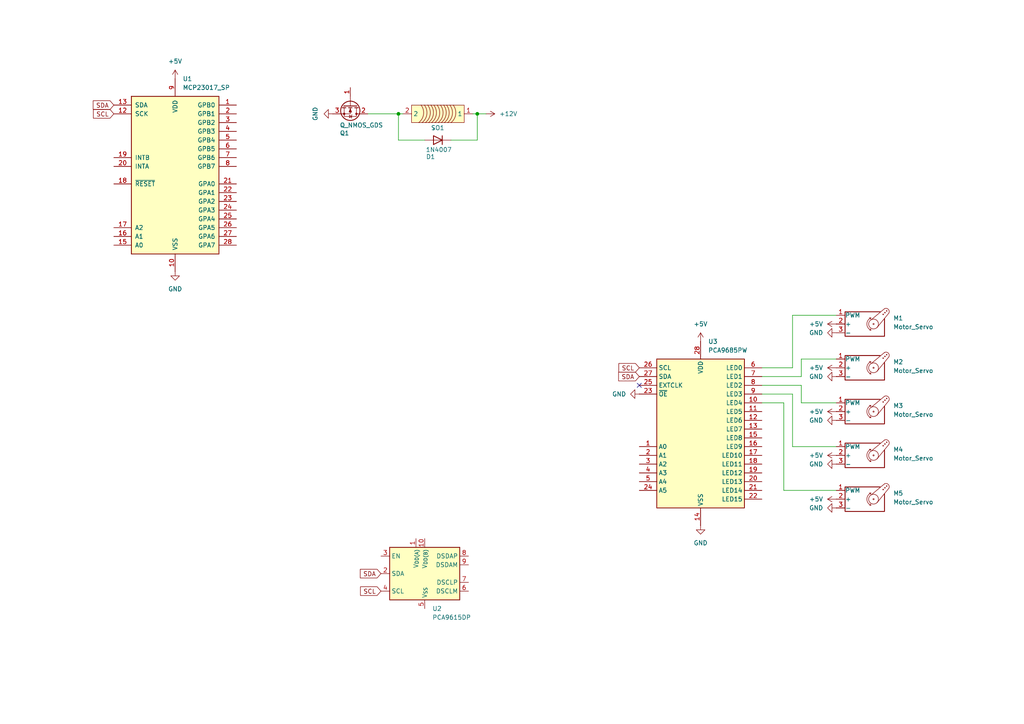
<source format=kicad_sch>
(kicad_sch (version 20231120) (generator "eeschema") (generator_version "8.0")
  (paper "A4")
  (lib_symbols
    (symbol "Device:Q_NMOS_GDS" (pin_names (offset 0) hide)
      (property "Reference" "Q" (at 5.08 1.27 0))
      (property "Value" "Q_NMOS_GDS" (at 5.08 -1.27 0))
      (symbol "Q_NMOS_GDS_0_1"
        (polyline (pts (xy 0.254 0) (xy -2.54 0)))
        (polyline (pts (xy 0.254 1.905) (xy 0.254 -1.905)) (stroke (width 0.254)))
        (polyline (pts (xy 0.762 -1.27) (xy 0.762 -2.286)) (stroke (width 0.254)))
        (polyline (pts (xy 0.762 0.508) (xy 0.762 -0.508)) (stroke (width 0.254)))
        (polyline (pts (xy 0.762 2.286) (xy 0.762 1.27)) (stroke (width 0.254)))
        (polyline (pts (xy 2.54 2.54) (xy 2.54 1.778)))
        (polyline (pts (xy 2.54 -2.54) (xy 2.54 0) (xy 0.762 0)))
        (polyline (pts (xy 0.762 -1.778) (xy 3.302 -1.778) (xy 3.302 1.778) (xy 0.762 1.778)))
        (polyline (pts (xy 1.016 0) (xy 2.032 0.381) (xy 2.032 -0.381) (xy 1.016 0)) (fill (type outline)))
        (polyline (pts (xy 2.794 0.508) (xy 2.921 0.381) (xy 3.683 0.381) (xy 3.81 0.254)))
        (polyline (pts (xy 3.302 0.381) (xy 2.921 -0.254) (xy 3.683 -0.254) (xy 3.302 0.381)))
        (circle (center 1.651 0) (radius 2.794) (stroke (width 0.254)))
        (circle (center 2.54 -1.778) (radius 0.254) (fill (type outline)))
        (circle (center 2.54 1.778) (radius 0.254) (fill (type outline)))
      )
      (symbol "Q_NMOS_GDS_1_1"
        (pin input line (at -5.08 0 0) (length 2.54) (name "G") (number "1"))
        (pin passive line (at 2.54 5.08 270) (length 2.54) (name "D") (number "2"))
        (pin passive line (at 2.54 -5.08 90) (length 2.54) (name "S") (number "3"))
      )
    )
    (symbol "Diode:1N4007" (pin_numbers hide) (pin_names hide)
      (property "Reference" "D" (at 0 2.54 0))
      (property "Value" "1N4007" (at 0 -2.54 0))
      (symbol "1N4007_0_1"
        (polyline (pts (xy -1.27 1.27) (xy -1.27 -1.27)) (stroke (width 0.254)))
        (polyline (pts (xy 1.27 0) (xy -1.27 0)))
        (polyline (pts (xy 1.27 1.27) (xy 1.27 -1.27) (xy -1.27 0) (xy 1.27 1.27)) (stroke (width 0.254)))
      )
      (symbol "1N4007_1_1"
        (pin passive line (at -3.81 0 0) (length 2.54) (name "K") (number "1"))
        (pin passive line (at 3.81 0 180) (length 2.54) (name "A") (number "2"))
      )
    )
    (symbol "Driver_LED:PCA9685PW"
      (property "Reference" "U" (at -12.7 22.225 0))
      (property "Value" "PCA9685PW" (at 1.27 22.225 0))
      (symbol "PCA9685PW_0_1"
        (rectangle (start -12.7 20.32) (end 12.7 -22.86) (stroke (width 0.254)) (fill (type background)))
      )
      (symbol "PCA9685PW_1_1"
        (pin input line (at -17.78 -5.08 0) (length 5.08) (name "A0") (number "1"))
        (pin output line (at 17.78 7.62 180) (length 5.08) (name "LED4") (number "10"))
        (pin output line (at 17.78 5.08 180) (length 5.08) (name "LED5") (number "11"))
        (pin output line (at 17.78 2.54 180) (length 5.08) (name "LED6") (number "12"))
        (pin output line (at 17.78 0 180) (length 5.08) (name "LED7") (number "13"))
        (pin power_in line (at 0 -27.94 90) (length 5.08) (name "VSS") (number "14"))
        (pin output line (at 17.78 -2.54 180) (length 5.08) (name "LED8") (number "15"))
        (pin output line (at 17.78 -5.08 180) (length 5.08) (name "LED9") (number "16"))
        (pin output line (at 17.78 -7.62 180) (length 5.08) (name "LED10") (number "17"))
        (pin output line (at 17.78 -10.16 180) (length 5.08) (name "LED11") (number "18"))
        (pin output line (at 17.78 -12.7 180) (length 5.08) (name "LED12") (number "19"))
        (pin input line (at -17.78 -7.62 0) (length 5.08) (name "A1") (number "2"))
        (pin output line (at 17.78 -15.24 180) (length 5.08) (name "LED13") (number "20"))
        (pin output line (at 17.78 -17.78 180) (length 5.08) (name "LED14") (number "21"))
        (pin output line (at 17.78 -20.32 180) (length 5.08) (name "LED15") (number "22"))
        (pin input line (at -17.78 10.16 0) (length 5.08) (name "~{OE}") (number "23"))
        (pin input line (at -17.78 -17.78 0) (length 5.08) (name "A5") (number "24"))
        (pin input line (at -17.78 12.7 0) (length 5.08) (name "EXTCLK") (number "25"))
        (pin input line (at -17.78 17.78 0) (length 5.08) (name "SCL") (number "26"))
        (pin bidirectional line (at -17.78 15.24 0) (length 5.08) (name "SDA") (number "27"))
        (pin power_in line (at 0 25.4 270) (length 5.08) (name "VDD") (number "28"))
        (pin input line (at -17.78 -10.16 0) (length 5.08) (name "A2") (number "3"))
        (pin input line (at -17.78 -12.7 0) (length 5.08) (name "A3") (number "4"))
        (pin input line (at -17.78 -15.24 0) (length 5.08) (name "A4") (number "5"))
        (pin output line (at 17.78 17.78 180) (length 5.08) (name "LED0") (number "6"))
        (pin output line (at 17.78 15.24 180) (length 5.08) (name "LED1") (number "7"))
        (pin output line (at 17.78 12.7 180) (length 5.08) (name "LED2") (number "8"))
        (pin output line (at 17.78 10.16 180) (length 5.08) (name "LED3") (number "9"))
      )
    )
    (symbol "Interface:PCA9615DP"
      (property "Reference" "U" (at -10.16 8.89 0))
      (property "Value" "PCA9615DP" (at 1.27 8.89 0))
      (symbol "PCA9615DP_0_1"
        (rectangle (start -10.16 7.62) (end 10.16 -7.62) (stroke (width 0.254)) (fill (type background)))
      )
      (symbol "PCA9615DP_1_1"
        (pin power_in line (at -2.54 10.16 270) (length 2.54) (name "V_{DD(A)}") (number "1"))
        (pin power_in line (at 0 10.16 270) (length 2.54) (name "V_{DD(B)}") (number "10"))
        (pin bidirectional line (at -12.7 0 0) (length 2.54) (name "SDA") (number "2"))
        (pin input line (at -12.7 5.08 0) (length 2.54) (name "EN") (number "3"))
        (pin bidirectional line (at -12.7 -5.08 0) (length 2.54) (name "SCL") (number "4"))
        (pin power_in line (at 0 -10.16 90) (length 2.54) (name "V_{SS}") (number "5"))
        (pin bidirectional line (at 12.7 -5.08 180) (length 2.54) (name "DSCLM") (number "6"))
        (pin bidirectional line (at 12.7 -2.54 180) (length 2.54) (name "DSCLP") (number "7"))
        (pin bidirectional line (at 12.7 5.08 180) (length 2.54) (name "DSDAP") (number "8"))
        (pin bidirectional line (at 12.7 2.54 180) (length 2.54) (name "DSDAM") (number "9"))
      )
    )
    (symbol "Interface_Expansion:MCP23017_SP" (pin_names (offset 1.016))
      (property "Reference" "U" (at -11.43 24.13 0))
      (property "Value" "MCP23017_SP" (at 0 0 0))
      (symbol "MCP23017_SP_0_1"
        (rectangle (start -12.7 22.86) (end 12.7 -22.86) (stroke (width 0.254)) (fill (type background)))
      )
      (symbol "MCP23017_SP_1_1"
        (pin bidirectional line (at 17.78 20.32 180) (length 5.08) (name "GPB0") (number "1"))
        (pin power_in line (at 0 -27.94 90) (length 5.08) (name "VSS") (number "10"))
        (pin no_connect line (at -12.7 15.24 0) (length 5.08) hide (name "NC") (number "11"))
        (pin input line (at -17.78 17.78 0) (length 5.08) (name "SCK") (number "12"))
        (pin bidirectional line (at -17.78 20.32 0) (length 5.08) (name "SDA") (number "13"))
        (pin no_connect line (at -12.7 12.7 0) (length 5.08) hide (name "NC") (number "14"))
        (pin input line (at -17.78 -20.32 0) (length 5.08) (name "A0") (number "15"))
        (pin input line (at -17.78 -17.78 0) (length 5.08) (name "A1") (number "16"))
        (pin input line (at -17.78 -15.24 0) (length 5.08) (name "A2") (number "17"))
        (pin input line (at -17.78 -2.54 0) (length 5.08) (name "~{RESET}") (number "18"))
        (pin tri_state line (at -17.78 5.08 0) (length 5.08) (name "INTB") (number "19"))
        (pin bidirectional line (at 17.78 17.78 180) (length 5.08) (name "GPB1") (number "2"))
        (pin tri_state line (at -17.78 2.54 0) (length 5.08) (name "INTA") (number "20"))
        (pin bidirectional line (at 17.78 -2.54 180) (length 5.08) (name "GPA0") (number "21"))
        (pin bidirectional line (at 17.78 -5.08 180) (length 5.08) (name "GPA1") (number "22"))
        (pin bidirectional line (at 17.78 -7.62 180) (length 5.08) (name "GPA2") (number "23"))
        (pin bidirectional line (at 17.78 -10.16 180) (length 5.08) (name "GPA3") (number "24"))
        (pin bidirectional line (at 17.78 -12.7 180) (length 5.08) (name "GPA4") (number "25"))
        (pin bidirectional line (at 17.78 -15.24 180) (length 5.08) (name "GPA5") (number "26"))
        (pin bidirectional line (at 17.78 -17.78 180) (length 5.08) (name "GPA6") (number "27"))
        (pin bidirectional line (at 17.78 -20.32 180) (length 5.08) (name "GPA7") (number "28"))
        (pin bidirectional line (at 17.78 15.24 180) (length 5.08) (name "GPB2") (number "3"))
        (pin bidirectional line (at 17.78 12.7 180) (length 5.08) (name "GPB3") (number "4"))
        (pin bidirectional line (at 17.78 10.16 180) (length 5.08) (name "GPB4") (number "5"))
        (pin bidirectional line (at 17.78 7.62 180) (length 5.08) (name "GPB5") (number "6"))
        (pin bidirectional line (at 17.78 5.08 180) (length 5.08) (name "GPB6") (number "7"))
        (pin bidirectional line (at 17.78 2.54 180) (length 5.08) (name "GPB7") (number "8"))
        (pin power_in line (at 0 27.94 270) (length 5.08) (name "VDD") (number "9"))
      )
    )
    (symbol "Motor:Motor_Servo" (pin_names (offset 0.0254))
      (property "Reference" "M" (at -5.08 4.445 0))
      (property "Value" "Motor_Servo" (at -5.08 -4.064 0))
      (symbol "Motor_Servo_0_1"
        (polyline (pts (xy 2.413 -1.778) (xy 2.032 -1.778)))
        (polyline (pts (xy 2.413 -1.778) (xy 2.286 -1.397)))
        (polyline (pts (xy 2.413 1.778) (xy 1.905 1.778)))
        (polyline (pts (xy 2.413 1.778) (xy 2.286 1.397)))
        (polyline (pts (xy 6.35 4.445) (xy 2.54 1.27)))
        (polyline (pts (xy 7.62 3.175) (xy 4.191 -1.016)))
        (polyline (pts (xy 5.08 3.556) (xy -5.08 3.556) (xy -5.08 -3.556) (xy 6.35 -3.556) (xy 6.35 1.524)) (stroke (width 0.254)))
        (arc (start 2.413 1.778) (mid 1.2406 0) (end 2.413 -1.778))
        (circle (center 3.175 0) (radius 0.1778))
        (circle (center 3.175 0) (radius 1.4224))
        (circle (center 5.969 2.794) (radius 0.127))
        (circle (center 6.477 3.302) (radius 0.127))
        (circle (center 6.985 3.81) (radius 0.127))
        (arc (start 7.62 3.175) (mid 7.4485 4.2735) (end 6.35 4.445))
      )
      (symbol "Motor_Servo_1_1"
        (pin passive line (at -7.62 2.54 0) (length 2.54) (name "PWM") (number "1"))
        (pin passive line (at -7.62 0 0) (length 2.54) (name "+") (number "2"))
        (pin passive line (at -7.62 -2.54 0) (length 2.54) (name "-") (number "3"))
      )
    )
    (symbol "bh_symbol_library:SOLENOID"
      (property "Reference" "SO" (at -14.224 9.144 0))
      (symbol "SOLENOID_1_1"
        (arc (start -2.54 -3.81) (mid -0.1315 -5.1796) (end 2.54 -4.445))
        (rectangle (start -2.54 7.62) (end 2.54 -7.62) (fill (type background)))
        (arc (start -2.5397 -2.8431) (mid -0.1312 -4.2127) (end 2.5403 -3.4781))
        (arc (start -2.5397 -1.8821) (mid -0.1312 -3.2517) (end 2.5403 -2.5171))
        (arc (start -2.5397 -0.1118) (mid -0.1312 -1.4814) (end 2.5403 -0.7468))
        (arc (start -2.5394 0.8551) (mid -0.1309 -0.5145) (end 2.5406 0.2201))
        (arc (start -2.5394 1.8161) (mid -0.1309 0.4465) (end 2.5406 1.1811))
        (arc (start -2.5151 3.5941) (mid -0.1066 2.2245) (end 2.5649 2.9591))
        (arc (start -2.5148 4.561) (mid -0.1063 3.1914) (end 2.5652 3.926))
        (arc (start -2.5148 5.522) (mid -0.1063 4.1524) (end 2.5652 4.887))
        (arc (start -2.5144 -1.0222) (mid -0.1059 -2.3918) (end 2.5656 -1.6572))
        (arc (start -2.5141 2.676) (mid -0.1056 1.3064) (end 2.5659 2.041))
        (pin bidirectional line (at 0 -10.16 90) (length 2.54) (name "1") (number "1"))
        (pin bidirectional line (at 0 10.16 270) (length 2.54) (name "2") (number "2"))
      )
    )
    (symbol "power:+12V" (power) (pin_numbers hide) (pin_names (offset 0) hide)
      (property "Value" "+12V" (at 0 3.556 0))
      (symbol "+12V_0_1"
        (polyline (pts (xy -0.762 1.27) (xy 0 2.54)))
        (polyline (pts (xy 0 0) (xy 0 2.54)))
        (polyline (pts (xy 0 2.54) (xy 0.762 1.27)))
      )
      (symbol "+12V_1_1"
        (pin power_in line (at 0 0 90) (length 0) (name "~") (number "1"))
      )
    )
    (symbol "power:+5V" (power) (pin_numbers hide) (pin_names (offset 0) hide)
      (property "Value" "+5V" (at 0 3.556 0))
      (symbol "+5V_0_1"
        (polyline (pts (xy -0.762 1.27) (xy 0 2.54)))
        (polyline (pts (xy 0 0) (xy 0 2.54)))
        (polyline (pts (xy 0 2.54) (xy 0.762 1.27)))
      )
      (symbol "+5V_1_1"
        (pin power_in line (at 0 0 90) (length 0) (name "~") (number "1"))
      )
    )
    (symbol "power:GND" (power) (pin_numbers hide) (pin_names (offset 0) hide)
      (property "Value" "GND" (at 0 -3.81 0))
      (symbol "GND_0_1"
        (polyline (pts (xy 0 0) (xy 0 -1.27) (xy 1.27 -1.27) (xy 0 -2.54) (xy -1.27 -1.27) (xy 0 -1.27)))
      )
      (symbol "GND_1_1"
        (pin power_in line (at 0 0 270) (length 0) (name "~") (number "1"))
      )
    )
  )
  (junction (at 115.57 33.02))
  (junction (at 138.43 33.02))
  (no_connect (at 185.42 111.76))
  (wire (pts (xy 130.81 40.64) (xy 138.43 40.64)))
  (wire (pts (xy 232.41 111.76) (xy 220.98 111.76)))
  (wire (pts (xy 227.33 116.84) (xy 220.98 116.84)))
  (wire (pts (xy 140.97 33.02) (xy 138.43 33.02)))
  (wire (pts (xy 115.57 40.64) (xy 115.57 33.02)))
  (wire (pts (xy 138.43 33.02) (xy 137.16 33.02)))
  (wire (pts (xy 116.84 33.02) (xy 115.57 33.02)))
  (wire (pts (xy 242.57 129.54) (xy 229.87 129.54)))
  (wire (pts (xy 242.57 116.84) (xy 232.41 116.84)))
  (wire (pts (xy 123.19 40.64) (xy 115.57 40.64)))
  (wire (pts (xy 232.41 104.14) (xy 242.57 104.14)))
  (wire (pts (xy 220.98 106.68) (xy 229.87 106.68)))
  (wire (pts (xy 227.33 142.24) (xy 227.33 116.84)))
  (wire (pts (xy 115.57 33.02) (xy 106.68 33.02)))
  (wire (pts (xy 229.87 129.54) (xy 229.87 114.3)))
  (wire (pts (xy 232.41 109.22) (xy 232.41 104.14)))
  (wire (pts (xy 232.41 116.84) (xy 232.41 111.76)))
  (wire (pts (xy 138.43 40.64) (xy 138.43 33.02)))
  (wire (pts (xy 220.98 109.22) (xy 232.41 109.22)))
  (wire (pts (xy 229.87 91.44) (xy 242.57 91.44)))
  (wire (pts (xy 242.57 142.24) (xy 227.33 142.24)))
  (wire (pts (xy 229.87 106.68) (xy 229.87 91.44)))
  (wire (pts (xy 229.87 114.3) (xy 220.98 114.3)))
  (global_label "SDA" (shape input) (at 110.49 166.37 180) (property "Intersheetrefs" "${INTERSHEET_REFS}" (effects (hide yes))))
  (global_label "SDA" (shape input) (at 185.42 109.22 180) (property "Intersheetrefs" "${INTERSHEET_REFS}" (effects (hide yes))))
  (global_label "SCL" (shape input) (at 185.42 106.68 180) (property "Intersheetrefs" "${INTERSHEET_REFS}" (effects (hide yes))))
  (global_label "SDA" (shape input) (at 33.02 30.48 180) (property "Intersheetrefs" "${INTERSHEET_REFS}" (effects (hide yes))))
  (global_label "SCL" (shape input) (at 110.49 171.45 180) (property "Intersheetrefs" "${INTERSHEET_REFS}" (effects (hide yes))))
  (global_label "SCL" (shape input) (at 33.02 33.02 180) (property "Intersheetrefs" "${INTERSHEET_REFS}" (effects (hide yes))))
  (symbol (lib_id "power:GND") (at 242.57 121.92 270) (unit 1)
    (property "Reference" "#PWR011" (effects (hide yes)))
    (property "Value" "GND" (at 238.76 121.9199 90) (effects (justify right)))
    (property "Description" "Power symbol creates a global label with name \"GND\" , ground" (effects (hide yes)))
  )
  (symbol (lib_id "Interface_Expansion:MCP23017_SP") (at 50.8 50.8 0) (unit 1)
    (property "Reference" "U1" (at 52.9941 22.86 0) (effects (justify left)))
    (property "Value" "MCP23017_SP" (at 52.9941 25.4 0) (effects (justify left)))
    (property "Footprint" "Package_DIP:DIP-28_W7.62mm" (effects (hide yes)))
    (property "Datasheet" "http://ww1.microchip.com/downloads/en/DeviceDoc/20001952C.pdf" (effects (hide yes)))
    (property "Description" "16-bit I/O expander, I2C, interrupts, w pull-ups, SPDIP-28" (effects (hide yes)))
    (property "Digikey" "https://www.digikey.ca/en/products/detail/microchip-technology/MCP23017-E-SP/894272" (effects (hide yes)))
  )
  (symbol (lib_id "power:GND") (at 203.2 152.4 0) (unit 1)
    (property "Reference" "#PWR017" (effects (hide yes)))
    (property "Value" "GND" (at 203.2 157.48 0))
    (property "Description" "Power symbol creates a global label with name \"GND\" , ground" (effects (hide yes)))
  )
  (symbol (lib_id "Motor:Motor_Servo") (at 250.19 119.38 0) (unit 1)
    (property "Reference" "M3" (at 259.08 117.6765 0) (effects (justify left)))
    (property "Value" "Motor_Servo" (at 259.08 120.2165 0) (effects (justify left)))
    (property "Datasheet" "http://forums.parallax.com/uploads/attachments/46831/74481.png" (effects (hide yes)))
    (property "Description" "Servo Motor (Futaba, HiTec, JR connector)" (effects (hide yes)))
  )
  (symbol (lib_id "Driver_LED:PCA9685PW") (at 203.2 124.46 0) (unit 1)
    (property "Reference" "U3" (at 205.3941 99.06 0) (effects (justify left)))
    (property "Value" "PCA9685PW" (at 205.3941 101.6 0) (effects (justify left)))
    (property "Footprint" "Package_SO:TSSOP-28_4.4x9.7mm_P0.65mm" (effects (hide yes)))
    (property "Datasheet" "http://www.nxp.com/docs/en/data-sheet/PCA9685.pdf" (effects (hide yes)))
    (property "Description" "16-channel 12-bit PWM Fm+ I2C-bus LED controller RGBA TSSOP" (effects (hide yes)))
    (property "Digikey" "https://www.digikey.ca/en/products/detail/nxp-usa-inc/PCA9685PW-112/2034324" (effects (hide yes)))
  )
  (symbol (lib_id "Motor:Motor_Servo") (at 250.19 132.08 0) (unit 1)
    (property "Reference" "M4" (at 259.08 130.3765 0) (effects (justify left)))
    (property "Value" "Motor_Servo" (at 259.08 132.9165 0) (effects (justify left)))
    (property "Datasheet" "http://forums.parallax.com/uploads/attachments/46831/74481.png" (effects (hide yes)))
    (property "Description" "Servo Motor (Futaba, HiTec, JR connector)" (effects (hide yes)))
  )
  (symbol (lib_id "power:+5V") (at 50.8 22.86 0) (unit 1)
    (property "Reference" "#PWR02" (effects (hide yes)))
    (property "Value" "+5V" (at 50.8 17.78 0))
    (property "Description" "Power symbol creates a global label with name \"+5V\"" (effects (hide yes)))
  )
  (symbol (lib_id "power:GND") (at 50.8 78.74 0) (unit 1)
    (property "Reference" "#PWR03" (effects (hide yes)))
    (property "Value" "GND" (at 50.8 83.82 0))
    (property "Description" "Power symbol creates a global label with name \"GND\" , ground" (effects (hide yes)))
  )
  (symbol (lib_id "power:GND") (at 242.57 134.62 270) (unit 1)
    (property "Reference" "#PWR013" (effects (hide yes)))
    (property "Value" "GND" (at 238.76 134.6199 90) (effects (justify right)))
    (property "Description" "Power symbol creates a global label with name \"GND\" , ground" (effects (hide yes)))
  )
  (symbol (lib_id "power:GND") (at 96.52 33.02 270) (unit 1)
    (property "Reference" "#PWR01" (effects (hide yes)))
    (property "Value" "GND" (at 91.44 33.02 0))
    (property "Description" "Power symbol creates a global label with name \"GND\" , ground" (effects (hide yes)))
  )
  (symbol (lib_id "power:+5V") (at 242.57 132.08 90) (unit 1)
    (property "Reference" "#PWR012" (effects (hide yes)))
    (property "Value" "+5V" (at 238.76 132.0799 90) (effects (justify left)))
    (property "Description" "Power symbol creates a global label with name \"+5V\"" (effects (hide yes)))
  )
  (symbol (lib_id "power:GND") (at 242.57 147.32 270) (unit 1)
    (property "Reference" "#PWR015" (effects (hide yes)))
    (property "Value" "GND" (at 238.76 147.3199 90) (effects (justify right)))
    (property "Description" "Power symbol creates a global label with name \"GND\" , ground" (effects (hide yes)))
  )
  (symbol (lib_id "Device:Q_NMOS_GDS") (at 101.6 30.48 270) (unit 1)
    (property "Reference" "Q1" (at 98.552 38.608 90) (effects (justify left)))
    (property "Value" "Q_NMOS_GDS" (at 98.552 36.322 90) (effects (justify left)))
    (property "Footprint" "Package_TO_SOT_THT:TO-220-3_Vertical" (effects (hide yes)))
    (property "Description" "N-MOSFET transistor, gate/drain/source" (effects (hide yes)))
    (property "Digikey" "https://www.digikey.ca/en/products/detail/infineon-technologies/IRF530NPBF/811762" (effects (hide yes)))
  )
  (symbol (lib_id "power:+5V") (at 203.2 99.06 0) (unit 1)
    (property "Reference" "#PWR016" (effects (hide yes)))
    (property "Value" "+5V" (at 203.2 93.98 0))
    (property "Description" "Power symbol creates a global label with name \"+5V\"" (effects (hide yes)))
  )
  (symbol (lib_id "power:+12V") (at 140.97 33.02 270) (unit 1)
    (property "Reference" "#PWR04" (effects (hide yes)))
    (property "Value" "+12V" (at 144.78 33.0199 90) (effects (justify left)))
    (property "Description" "Power symbol creates a global label with name \"+12V\"" (effects (hide yes)))
  )
  (symbol (lib_id "Interface:PCA9615DP") (at 123.19 166.37 0) (unit 1)
    (property "Reference" "U2" (at 125.3841 176.53 0) (effects (justify left)))
    (property "Value" "PCA9615DP" (at 125.3841 179.07 0) (effects (justify left)))
    (property "Footprint" "Package_SO:TSSOP-10_3x3mm_P0.5mm" (effects (hide yes)))
    (property "Datasheet" "https://www.nxp.com/docs/en/data-sheet/PCA9615.pdf" (effects (hide yes)))
    (property "Description" "Dual bidirectional hot-swap multipoint bus buffer, SO-8" (effects (hide yes)))
    (property "Digikey" "https://www.digikey.ca/en/products/detail/nxp-usa-inc/PCA9615DPZ/14635231" (effects (hide yes)))
  )
  (symbol (lib_id "bh_symbol_library:SOLENOID") (at 127 33.02 90) (unit 1)
    (property "Reference" "SO1" (at 124.968 37.084 90) (effects (justify right)))
    (property "Value" "~" (at 125.73 36.83 0) (effects (justify right)))
  )
  (symbol (lib_id "Diode:1N4007") (at 127 40.64 180) (unit 1)
    (property "Reference" "D1" (at 126.238 45.466 0) (effects (justify left)))
    (property "Value" "1N4007" (at 131.064 43.434 0) (effects (justify left)))
    (property "Footprint" "Diode_THT:D_DO-41_SOD81_P10.16mm_Horizontal" (effects (hide yes)))
    (property "Datasheet" "http://www.vishay.com/docs/88503/1n4001.pdf" (effects (hide yes)))
    (property "Description" "1000V 1A General Purpose Rectifier Diode, DO-41" (effects (hide yes)))
    (property "Sim.Device" "D" (effects (hide yes)))
    (property "Sim.Pins" "1=K 2=A" (effects (hide yes)))
    (property "Digikey" "https://www.digikey.ca/en/products/detail/comchip-technology/1N4007-G/1979656" (effects (hide yes)))
  )
  (symbol (lib_id "power:GND") (at 242.57 96.52 270) (unit 1)
    (property "Reference" "#PWR08" (effects (hide yes)))
    (property "Value" "GND" (at 238.76 96.5199 90) (effects (justify right)))
    (property "Description" "Power symbol creates a global label with name \"GND\" , ground" (effects (hide yes)))
  )
  (symbol (lib_id "Motor:Motor_Servo") (at 250.19 144.78 0) (unit 1)
    (property "Reference" "M5" (at 259.08 143.0765 0) (effects (justify left)))
    (property "Value" "Motor_Servo" (at 259.08 145.6165 0) (effects (justify left)))
    (property "Datasheet" "http://forums.parallax.com/uploads/attachments/46831/74481.png" (effects (hide yes)))
    (property "Description" "Servo Motor (Futaba, HiTec, JR connector)" (effects (hide yes)))
  )
  (symbol (lib_id "Motor:Motor_Servo") (at 250.19 93.98 0) (unit 1)
    (property "Reference" "M1" (at 259.08 92.2765 0) (effects (justify left)))
    (property "Value" "Motor_Servo" (at 259.08 94.8165 0) (effects (justify left)))
    (property "Datasheet" "http://forums.parallax.com/uploads/attachments/46831/74481.png" (effects (hide yes)))
    (property "Description" "Servo Motor (Futaba, HiTec, JR connector)" (effects (hide yes)))
  )
  (symbol (lib_id "power:+5V") (at 242.57 119.38 90) (unit 1)
    (property "Reference" "#PWR010" (effects (hide yes)))
    (property "Value" "+5V" (at 238.76 119.3799 90) (effects (justify left)))
    (property "Description" "Power symbol creates a global label with name \"+5V\"" (effects (hide yes)))
  )
  (symbol (lib_id "power:GND") (at 185.42 114.3 270) (unit 1)
    (property "Reference" "#PWR018" (effects (hide yes)))
    (property "Value" "GND" (at 181.61 114.2999 90) (effects (justify right)))
    (property "Description" "Power symbol creates a global label with name \"GND\" , ground" (effects (hide yes)))
  )
  (symbol (lib_id "power:+5V") (at 242.57 106.68 90) (unit 1)
    (property "Reference" "#PWR07" (effects (hide yes)))
    (property "Value" "+5V" (at 238.76 106.6799 90) (effects (justify left)))
    (property "Description" "Power symbol creates a global label with name \"+5V\"" (effects (hide yes)))
  )
  (symbol (lib_id "power:+5V") (at 242.57 93.98 90) (unit 1)
    (property "Reference" "#PWR06" (effects (hide yes)))
    (property "Value" "+5V" (at 238.76 93.9799 90) (effects (justify left)))
    (property "Description" "Power symbol creates a global label with name \"+5V\"" (effects (hide yes)))
  )
  (symbol (lib_id "Motor:Motor_Servo") (at 250.19 106.68 0) (unit 1)
    (property "Reference" "M2" (at 259.08 104.9765 0) (effects (justify left)))
    (property "Value" "Motor_Servo" (at 259.08 107.5165 0) (effects (justify left)))
    (property "Datasheet" "http://forums.parallax.com/uploads/attachments/46831/74481.png" (effects (hide yes)))
    (property "Description" "Servo Motor (Futaba, HiTec, JR connector)" (effects (hide yes)))
  )
  (symbol (lib_id "power:GND") (at 242.57 109.22 270) (unit 1)
    (property "Reference" "#PWR09" (effects (hide yes)))
    (property "Value" "GND" (at 238.76 109.2199 90) (effects (justify right)))
    (property "Description" "Power symbol creates a global label with name \"GND\" , ground" (effects (hide yes)))
  )
  (symbol (lib_id "power:+5V") (at 242.57 144.78 90) (unit 1)
    (property "Reference" "#PWR014" (effects (hide yes)))
    (property "Value" "+5V" (at 238.76 144.7799 90) (effects (justify left)))
    (property "Description" "Power symbol creates a global label with name \"+5V\"" (effects (hide yes)))
  )
)
</source>
